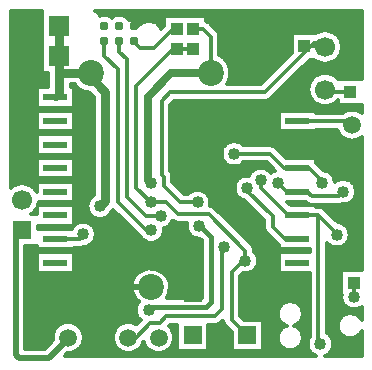
<source format=gbl>
G04 DipTrace 3.0.0.1*
G04 Limbus-modelD-rev02.GBL*
%MOMM*%
G04 #@! TF.FileFunction,Copper,L2,Bot*
G04 #@! TF.Part,Single*
G04 #@! TA.AperFunction,Conductor*
%ADD13C,0.33*%
%ADD14C,0.5*%
%ADD15C,0.7*%
%ADD16C,0.4*%
%ADD17C,0.6*%
%ADD18C,0.8*%
G04 #@! TA.AperFunction,CopperBalancing*
%ADD19C,0.3*%
G04 #@! TA.AperFunction,ComponentPad*
%ADD21R,1.6X1.6*%
%ADD22C,1.7*%
%ADD23C,2.2*%
%ADD24R,1.0X1.1*%
%ADD25R,1.8X1.8*%
%ADD26R,1.1X1.0*%
%ADD28C,0.7874*%
G04 #@! TA.AperFunction,ComponentPad*
%ADD29C,1.5*%
%ADD30C,1.6*%
%ADD33R,1.5X1.5*%
%ADD41R,2.0X0.6*%
G04 #@! TA.AperFunction,ViaPad*
%ADD46C,1.016*%
%FSLAX35Y35*%
G04*
G71*
G90*
G75*
G01*
G04 Bottom*
%LPD*%
X3490000Y3099000D2*
D13*
Y3095720D1*
X3937183D1*
D15*
Y3063750D1*
X3952750D1*
X1675000Y2140000D2*
D13*
Y2120000D1*
X1650490Y2095490D1*
X1523930D1*
X1520420Y2099000D1*
X1440000D1*
X2865000Y2030000D2*
X2855000D1*
Y1510000D1*
X2790000Y1445000D1*
X2380000D1*
X2325000Y1390000D1*
X2245000D1*
X2120000Y1265000D1*
X2060000D1*
X3725000Y3725000D2*
Y3755000D1*
X3630000D1*
X3215000Y3340000D1*
X2415000D1*
X2340000Y3265000D1*
Y2645000D1*
X2360000Y2625000D1*
Y2550000D1*
X2500000Y2410000D1*
X2645000D1*
X3550000Y3730000D2*
X3725000D1*
Y3725000D1*
X2230000Y1495000D2*
D16*
X2260000Y1525000D1*
X2715000D1*
X2760000Y1570000D1*
Y2120000D1*
X2675000Y2205000D1*
X2655000D1*
X2660000Y2210000D1*
X1983000Y3775000D2*
D13*
Y3684510D1*
X2047860Y3619650D1*
Y2452140D1*
X2210000Y2290000D1*
X2320000D1*
X2333740Y2303740D1*
Y2293400D1*
X3490000Y2099000D2*
Y2100000D1*
X3385000D1*
X3280000Y2205000D1*
Y2290000D1*
X3065000Y2505000D1*
Y2530000D1*
X3180000Y2595000D2*
Y2535000D1*
X3413113Y2301887D1*
X3487113D1*
X3490000Y2299000D1*
X3825000Y2135000D2*
X3829905Y2139905D1*
X3667923Y2301887D1*
X3492887D1*
X3685000Y1210000D2*
X3667923D1*
Y2301887D1*
X3325000Y2575000D2*
X3415000Y2485000D1*
X3476000D1*
X3490000Y2499000D1*
X3880000Y2500000D2*
X3840000Y2460000D1*
X3615000D1*
X3576000Y2499000D1*
X3490000D1*
X3968937Y1730327D2*
Y1611063D1*
X3970000Y1610000D1*
X2955000Y2820000D2*
X3260303D1*
X3380303Y2700000D1*
X3490000D1*
Y2699000D1*
X3700000Y2575000D2*
Y2586700D1*
X3587897Y2698803D1*
X3490197D1*
X2254133Y2174770D2*
X2206730D1*
X1968477Y2413023D1*
Y3540267D1*
X1856000Y3652743D1*
Y3775000D1*
X2110000Y3902000D2*
D17*
X2189977Y3981977D1*
D13*
X2224567Y4016567D1*
X3270363D1*
X3365000Y3921930D1*
Y3725000D1*
X1176300Y3651403D2*
Y3905430D1*
X2249300Y1694000D2*
D14*
X1764000D1*
X1705000Y1635000D1*
X2110000Y3775000D2*
D13*
Y3763907D1*
X2158997Y3714910D1*
X2274910D1*
X2435000Y3875000D1*
X2470000D1*
Y3705000D2*
X2434867D1*
X2127243Y3397377D1*
Y2534900D1*
X2248740Y2413403D1*
X3050000Y1915000D2*
Y2000000D1*
X2740000Y2310000D1*
X2480000D1*
X2376597Y2413403D1*
X2248740D1*
X2470000Y3705000D2*
X2610000D1*
X3050000Y1915000D2*
X3030000D1*
X2935000Y1820000D1*
Y1415000D1*
X3065000Y1285000D1*
X1476300Y3905430D2*
D18*
Y3651403D1*
X2757300Y3504100D2*
D13*
Y3812700D1*
X2695000Y3875000D1*
X2610000D1*
X2255000Y2570000D2*
D15*
X2222503Y2602497D1*
Y3302117D1*
X2424487Y3504100D1*
X2757300D1*
X1476300Y3651403D2*
D18*
Y3504100D1*
Y3326300D1*
D17*
X1449000Y3299000D1*
X1440000D1*
X1741300Y3504100D2*
D18*
X1476300D1*
X1158763Y2174873D2*
D14*
X1105000D1*
Y1115000D1*
X1130000Y1090000D1*
X1385000D1*
X1550000Y1255000D1*
Y1265000D1*
X1741300Y3504100D2*
D18*
Y3468700D1*
X1865000Y3345000D1*
Y2420000D1*
X1820000Y2375000D1*
X3940000Y3345000D2*
D13*
X3745000D1*
X3725000Y3365000D1*
D46*
X3825000Y2135000D3*
X2425000Y1810000D3*
X3180000Y2595000D3*
X1675000Y2140000D3*
X2333740Y2293400D3*
X2254133Y2174770D3*
X3325000Y2575000D3*
X2248740Y2413403D3*
X2865000Y2030000D3*
X2645000Y2410000D3*
X3280000Y1195000D3*
X1705000Y1635000D3*
X1135000Y3665000D3*
X2955000Y2820000D3*
X3970000Y1610000D3*
X3780000Y1915000D3*
X3065000Y2530000D3*
X3700000Y2575000D3*
X2465000Y2660000D3*
X2255000Y2570000D3*
X3050000Y3145000D3*
X1820000Y2375000D3*
X1325000Y1310000D3*
X2560000Y3230000D3*
X2660000Y2210000D3*
X2230000Y1495000D3*
X3685000Y1210000D3*
X3050000Y1915000D3*
X3880000Y2500000D3*
X1065659Y4003653D2*
D19*
X1327081D1*
X1817066D2*
X4030304D1*
X1065659Y3973987D2*
X1327081D1*
X2048862D2*
X2360792D1*
X2719175D2*
X4030304D1*
X1065659Y3944320D2*
X1327081D1*
X2167984D2*
X2225030D1*
X2248984D2*
X2360792D1*
X2719937D2*
X4030304D1*
X1065659Y3914653D2*
X1327081D1*
X2313999D2*
X2360792D1*
X2761187D2*
X4030304D1*
X1065659Y3884987D2*
X1327081D1*
X2790835D2*
X4030304D1*
X1065659Y3855320D2*
X1327081D1*
X2819194D2*
X3667667D1*
X3782359D2*
X4030304D1*
X1065659Y3825653D2*
X1327081D1*
X2831851D2*
X3440792D1*
X3827007D2*
X4030304D1*
X1065659Y3795987D2*
X1327081D1*
X2833023D2*
X3440792D1*
X3850034D2*
X4030304D1*
X1065659Y3766320D2*
X1327081D1*
X2833023D2*
X3440792D1*
X3863042D2*
X4030304D1*
X1065659Y3736653D2*
X1327081D1*
X2833023D2*
X3440792D1*
X3868726D2*
X4030304D1*
X1065659Y3706987D2*
X1327081D1*
X2833023D2*
X3440792D1*
X3868023D2*
X4030304D1*
X1065659Y3677320D2*
X1327081D1*
X2833023D2*
X3440792D1*
X3860933D2*
X4030304D1*
X1065659Y3647653D2*
X1327081D1*
X2844038D2*
X3416827D1*
X3846109D2*
X4030304D1*
X1065659Y3617987D2*
X1327081D1*
X2881362D2*
X3387179D1*
X3598784D2*
X3629874D1*
X3820093D2*
X4030304D1*
X1065659Y3588320D2*
X1327081D1*
X2903569D2*
X3357530D1*
X3569136D2*
X3686534D1*
X3763433D2*
X4030304D1*
X1065659Y3558653D2*
X1327081D1*
X2917280D2*
X3327823D1*
X3539487D2*
X4030304D1*
X1065659Y3528987D2*
X1327081D1*
X2924605D2*
X3298175D1*
X3509780D2*
X4030304D1*
X1065659Y3499320D2*
X1377120D1*
X2926421D2*
X3268526D1*
X3480132D2*
X3678448D1*
X3771519D2*
X4030304D1*
X1065659Y3469653D2*
X1377120D1*
X2922905D2*
X3238819D1*
X3450484D2*
X3627237D1*
X3822788D2*
X4030304D1*
X1065659Y3439987D2*
X1377120D1*
X2913648D2*
X3209171D1*
X3420776D2*
X3602335D1*
X1065659Y3410320D2*
X1377120D1*
X3391128D2*
X3588273D1*
X1065659Y3380653D2*
X1280792D1*
X1599214D2*
X1627023D1*
X3361480D2*
X3581651D1*
X1065659Y3350987D2*
X1280792D1*
X1599214D2*
X1673663D1*
X3331773D2*
X3581476D1*
X1065659Y3321320D2*
X1280792D1*
X1599214D2*
X1749659D1*
X3302124D2*
X3587745D1*
X1065659Y3291653D2*
X1280792D1*
X1599214D2*
X1765773D1*
X3272476D2*
X3601339D1*
X1065659Y3261987D2*
X1280792D1*
X1599214D2*
X1765773D1*
X2442788D2*
X3625421D1*
X1065659Y3232320D2*
X1280792D1*
X1599214D2*
X1765773D1*
X2415718D2*
X3673702D1*
X3776323D2*
X4030304D1*
X1065659Y3202653D2*
X1765773D1*
X2415718D2*
X4030304D1*
X1065659Y3172987D2*
X1280792D1*
X1599214D2*
X1765773D1*
X2415718D2*
X3330812D1*
X3649175D2*
X3877081D1*
X1065659Y3143320D2*
X1280792D1*
X1599214D2*
X1765773D1*
X2415718D2*
X3330812D1*
X1065659Y3113653D2*
X1280792D1*
X1599214D2*
X1765773D1*
X2415718D2*
X3330812D1*
X1065659Y3083987D2*
X1280792D1*
X1599214D2*
X1765773D1*
X2415718D2*
X3330812D1*
X1065659Y3054320D2*
X1280792D1*
X1599214D2*
X1765773D1*
X2415718D2*
X3330812D1*
X1065659Y3024653D2*
X1280792D1*
X1599214D2*
X1765773D1*
X2415718D2*
X3330812D1*
X1065659Y2994987D2*
X1765773D1*
X2415718D2*
X3837999D1*
X1065659Y2965320D2*
X1280792D1*
X1599214D2*
X1765773D1*
X2415718D2*
X3863019D1*
X1065659Y2935653D2*
X1280792D1*
X1599214D2*
X1765773D1*
X2415718D2*
X3921378D1*
X3984097D2*
X4030304D1*
X1065659Y2905987D2*
X1280792D1*
X1599214D2*
X1765773D1*
X2415718D2*
X2888312D1*
X3021694D2*
X4030304D1*
X1065659Y2876320D2*
X1280792D1*
X1599214D2*
X1765773D1*
X2415718D2*
X2861007D1*
X3309273D2*
X4030304D1*
X1065659Y2846653D2*
X1280792D1*
X1599214D2*
X1765773D1*
X2415718D2*
X2848351D1*
X3339448D2*
X4030304D1*
X1065659Y2816987D2*
X1280792D1*
X1599214D2*
X1765773D1*
X2415718D2*
X2845069D1*
X3369155D2*
X4030304D1*
X1065659Y2787320D2*
X1765773D1*
X2415718D2*
X2850109D1*
X3398804D2*
X4030304D1*
X1065659Y2757653D2*
X1280792D1*
X1599214D2*
X1765773D1*
X2415718D2*
X2865050D1*
X3649175D2*
X4030304D1*
X1065659Y2727987D2*
X1280792D1*
X1599214D2*
X1765773D1*
X2415718D2*
X2897394D1*
X3012612D2*
X3246495D1*
X3664526D2*
X4030304D1*
X1065659Y2698320D2*
X1280792D1*
X1599214D2*
X1765773D1*
X2415718D2*
X3149171D1*
X3210835D2*
X3276144D1*
X3694175D2*
X4030304D1*
X1065659Y2668653D2*
X1280792D1*
X1599214D2*
X1765773D1*
X2421109D2*
X3099366D1*
X3260640D2*
X3270210D1*
X3754761D2*
X4030304D1*
X1065659Y2638987D2*
X1280792D1*
X1599214D2*
X1765773D1*
X2434351D2*
X3079444D1*
X3788745D2*
X4030304D1*
X1065659Y2609320D2*
X1765773D1*
X2435698D2*
X2990206D1*
X3804331D2*
X4030304D1*
X1065659Y2579653D2*
X1280792D1*
X1599214D2*
X1765773D1*
X2436167D2*
X2967237D1*
X3954448D2*
X4030304D1*
X1065659Y2549987D2*
X1083132D1*
X1234351D2*
X1280792D1*
X1599214D2*
X1765773D1*
X2465816D2*
X2956866D1*
X3977593D2*
X4030304D1*
X1269331Y2520320D2*
X1280761D1*
X1599214D2*
X1765773D1*
X2495523D2*
X2955460D1*
X3988081D2*
X4030304D1*
X1599214Y2490653D2*
X1765773D1*
X2525171D2*
X2571671D1*
X2718296D2*
X2962491D1*
X3989605D2*
X4030304D1*
X1599214Y2460987D2*
X1753292D1*
X2742085D2*
X2980245D1*
X3982632D2*
X4030304D1*
X1599214Y2431320D2*
X1726046D1*
X2752866D2*
X3020616D1*
X3965054D2*
X4030304D1*
X1300327Y2401653D2*
X1713390D1*
X2754683D2*
X3062511D1*
X3419136D2*
X3568644D1*
X3925151D2*
X4030304D1*
X1599214Y2371987D2*
X1710050D1*
X2780991D2*
X3092218D1*
X3690191D2*
X4030304D1*
X1599214Y2342320D2*
X1715089D1*
X2813511D2*
X3121866D1*
X3733316D2*
X4030304D1*
X1241968Y2312653D2*
X1280792D1*
X1599214D2*
X1730030D1*
X1909937D2*
X1963058D1*
X2843159D2*
X3151515D1*
X3762964D2*
X4030304D1*
X1599214Y2282987D2*
X1762374D1*
X1877593D2*
X1992706D1*
X2872808D2*
X3181222D1*
X3792612D2*
X4030304D1*
X1599214Y2253320D2*
X2022355D1*
X2902515D2*
X3204308D1*
X3822319D2*
X4030304D1*
X1744702Y2223653D2*
X2052062D1*
X2417886D2*
X2550870D1*
X2932163D2*
X3204308D1*
X3887886D2*
X4030304D1*
X1297984Y2193987D2*
X1579620D1*
X1770366D2*
X2081710D1*
X2376284D2*
X2551222D1*
X2961812D2*
X3205128D1*
X3917300D2*
X4030304D1*
X1782202Y2164320D2*
X2111359D1*
X2363628D2*
X2560245D1*
X2991519D2*
X3216730D1*
X3930894D2*
X4030304D1*
X1784839Y2134653D2*
X2141007D1*
X2356304D2*
X2581046D1*
X3021167D2*
X3244562D1*
X3934995D2*
X4030304D1*
X1779097Y2104987D2*
X2170011D1*
X2338257D2*
X2636476D1*
X3050816D2*
X3274210D1*
X3930718D2*
X4030304D1*
X1763218Y2075320D2*
X2211671D1*
X2296597D2*
X2680773D1*
X3080523D2*
X3303859D1*
X3916831D2*
X4030304D1*
X1728472Y2045653D2*
X2680773D1*
X3109585D2*
X3330812D1*
X3743628D2*
X3763116D1*
X3886890D2*
X4030304D1*
X1189175Y2015987D2*
X1280792D1*
X1599214D2*
X2680773D1*
X3123941D2*
X3330812D1*
X3743628D2*
X4030304D1*
X1189175Y1986320D2*
X2680773D1*
X3132788D2*
X3592198D1*
X3743628D2*
X4030304D1*
X1189175Y1956653D2*
X1280792D1*
X1599214D2*
X2680773D1*
X3151538D2*
X3330812D1*
X3743628D2*
X4030304D1*
X1189175Y1926987D2*
X1280792D1*
X1599214D2*
X2680773D1*
X3159331D2*
X3330812D1*
X3743628D2*
X4030304D1*
X1189175Y1897320D2*
X1280792D1*
X1599214D2*
X2680773D1*
X3158511D2*
X3330812D1*
X3743628D2*
X4030304D1*
X1189175Y1867653D2*
X1280792D1*
X1599214D2*
X2680773D1*
X3148960D2*
X3330812D1*
X3743628D2*
X4030304D1*
X1189175Y1837987D2*
X1280792D1*
X1599214D2*
X2185948D1*
X2314058D2*
X2680773D1*
X3127280D2*
X3330812D1*
X3743628D2*
X4030304D1*
X1189175Y1808320D2*
X2136554D1*
X2363394D2*
X2680773D1*
X3029136D2*
X3038760D1*
X3061245D2*
X3592198D1*
X3743628D2*
X3854757D1*
X1189175Y1778653D2*
X2109073D1*
X2390933D2*
X2680773D1*
X3010679D2*
X3592198D1*
X3743628D2*
X3854757D1*
X1189175Y1748987D2*
X2092726D1*
X2407280D2*
X2680773D1*
X3010679D2*
X3592198D1*
X3743628D2*
X3854757D1*
X1189175Y1719320D2*
X2085636D1*
X2414312D2*
X2680773D1*
X3010679D2*
X3592198D1*
X3743628D2*
X3854757D1*
X1189175Y1689653D2*
X2082413D1*
X2417593D2*
X2680773D1*
X3010679D2*
X3592198D1*
X3743628D2*
X3854757D1*
X1189175Y1659987D2*
X2087511D1*
X2412495D2*
X2680773D1*
X3010679D2*
X3592198D1*
X3743628D2*
X3854757D1*
X1189175Y1630320D2*
X2098644D1*
X2401362D2*
X2680773D1*
X3010679D2*
X3592198D1*
X3743628D2*
X3854757D1*
X1189175Y1600653D2*
X2116163D1*
X3010679D2*
X3592198D1*
X3743628D2*
X3860382D1*
X1189175Y1570987D2*
X2148214D1*
X3010679D2*
X3405753D1*
X3452593D2*
X3592198D1*
X3743628D2*
X3867355D1*
X1189175Y1541320D2*
X2130519D1*
X3010679D2*
X3350558D1*
X3507788D2*
X3592198D1*
X3743628D2*
X3884933D1*
X1189175Y1511653D2*
X2121319D1*
X3010679D2*
X3329933D1*
X3528413D2*
X3592198D1*
X3743628D2*
X3924835D1*
X4015151D2*
X4030304D1*
X1189175Y1481987D2*
X2120792D1*
X3010679D2*
X3321085D1*
X3537261D2*
X3592198D1*
X3743628D2*
X4030304D1*
X1189175Y1452320D2*
X2128878D1*
X3010679D2*
X3320968D1*
X3537378D2*
X3592198D1*
X3743628D2*
X3873507D1*
X4000855D2*
X4030304D1*
X1189175Y1422653D2*
X2148155D1*
X3033179D2*
X3329581D1*
X3528765D2*
X3592198D1*
X3743628D2*
X3844855D1*
X1189175Y1392987D2*
X1518155D1*
X1581870D2*
X2028155D1*
X2091870D2*
X2142179D1*
X2843804D2*
X2862706D1*
X3199175D2*
X3349796D1*
X3508550D2*
X3592198D1*
X3743628D2*
X3831671D1*
X1189175Y1363320D2*
X1460148D1*
X1639878D2*
X1970148D1*
X2404878D2*
X2470773D1*
X2739214D2*
X2880870D1*
X3199175D2*
X3389698D1*
X3468589D2*
X3592198D1*
X3743628D2*
X3827980D1*
X1189175Y1333653D2*
X1435187D1*
X1664780D2*
X1945187D1*
X2429780D2*
X2470773D1*
X2739214D2*
X2910519D1*
X3199175D2*
X3346398D1*
X3511948D2*
X3592198D1*
X3743628D2*
X3832726D1*
X1189175Y1303987D2*
X1421710D1*
X1678257D2*
X1931710D1*
X2443257D2*
X2470773D1*
X2739214D2*
X2930792D1*
X3199175D2*
X3327941D1*
X3530405D2*
X3592198D1*
X3743628D2*
X3847374D1*
X1189175Y1274320D2*
X1416144D1*
X1683882D2*
X1926144D1*
X2448882D2*
X2470773D1*
X2739214D2*
X2930792D1*
X3199175D2*
X3320499D1*
X3537847D2*
X3592198D1*
X3773511D2*
X3879191D1*
X3995171D2*
X4030304D1*
X1189175Y1244653D2*
X1417374D1*
X1682593D2*
X1927374D1*
X2447593D2*
X2470773D1*
X2739214D2*
X2930792D1*
X3199175D2*
X3321671D1*
X3536675D2*
X3580773D1*
X3789214D2*
X4030304D1*
X1189175Y1214987D2*
X1392179D1*
X1674273D2*
X1935694D1*
X2439273D2*
X2470773D1*
X2739214D2*
X2930792D1*
X3199175D2*
X3331749D1*
X3526597D2*
X3575089D1*
X3794898D2*
X4030304D1*
X1189175Y1185320D2*
X1362472D1*
X1657222D2*
X1952745D1*
X2167222D2*
X2207745D1*
X2422222D2*
X2470773D1*
X2739214D2*
X2930792D1*
X3199175D2*
X3354366D1*
X3503980D2*
X3577901D1*
X3792144D2*
X4030304D1*
X1625523Y1155653D2*
X1984503D1*
X2135523D2*
X2239503D1*
X2390523D2*
X2470773D1*
X2739214D2*
X2930792D1*
X3199175D2*
X3589855D1*
X3780191D2*
X4030304D1*
X1538804Y1125987D2*
X3615753D1*
X3754234D2*
X4030304D1*
X1236606Y2311073D2*
X1283833D1*
X1283800Y2363327D1*
X1279156Y2355097D1*
X1272997Y2345878D1*
X1266133Y2337171D1*
X1258607Y2329030D1*
X1250465Y2321504D1*
X1236393Y2311055D1*
X1294963Y2212812D2*
Y2185155D1*
X1578000Y2185200D1*
X1583768Y2195907D1*
X1593637Y2209491D1*
X1605509Y2221363D1*
X1619093Y2231232D1*
X1634053Y2238855D1*
X1650021Y2244044D1*
X1666605Y2246670D1*
X1683395D1*
X1699979Y2244044D1*
X1715947Y2238855D1*
X1730907Y2231232D1*
X1744491Y2221363D1*
X1756363Y2209491D1*
X1766232Y2195907D1*
X1773855Y2180947D1*
X1779044Y2164979D1*
X1781670Y2148395D1*
Y2131605D1*
X1779044Y2115021D1*
X1773855Y2099053D1*
X1766232Y2084093D1*
X1756363Y2070509D1*
X1744491Y2058637D1*
X1730907Y2048768D1*
X1715947Y2041145D1*
X1699979Y2035956D1*
X1689294Y2034028D1*
X1678311Y2028324D1*
X1667462Y2024798D1*
X1656194Y2023014D1*
X1596174Y2022790D1*
X1596200Y2012800D1*
X1283800D1*
Y2038639D1*
X1186155Y2038673D1*
X1186200Y1171221D1*
X1351309Y1171200D1*
X1421012Y1240847D1*
X1419204Y1254706D1*
X1418800Y1265000D1*
X1419204Y1275294D1*
X1420415Y1285524D1*
X1422425Y1295628D1*
X1425221Y1305543D1*
X1428787Y1315208D1*
X1433100Y1324564D1*
X1438134Y1333552D1*
X1443857Y1342117D1*
X1450235Y1350208D1*
X1457228Y1357772D1*
X1464792Y1364765D1*
X1472883Y1371143D1*
X1481448Y1376866D1*
X1490436Y1381900D1*
X1499792Y1386213D1*
X1509457Y1389779D1*
X1519372Y1392575D1*
X1529476Y1394585D1*
X1539706Y1395796D1*
X1550000Y1396200D1*
X1560294Y1395796D1*
X1570524Y1394585D1*
X1580628Y1392575D1*
X1590543Y1389779D1*
X1600208Y1386213D1*
X1609564Y1381900D1*
X1618552Y1376866D1*
X1627117Y1371143D1*
X1635208Y1364765D1*
X1642772Y1357772D1*
X1649765Y1350208D1*
X1656143Y1342117D1*
X1661866Y1333552D1*
X1666900Y1324564D1*
X1671213Y1315208D1*
X1674779Y1305543D1*
X1677575Y1295628D1*
X1679585Y1285524D1*
X1680796Y1275294D1*
X1681200Y1265000D1*
X1680796Y1254706D1*
X1679585Y1244476D1*
X1677575Y1234372D1*
X1674779Y1224457D1*
X1671213Y1214792D1*
X1666900Y1205436D1*
X1661866Y1196448D1*
X1656143Y1187883D1*
X1649765Y1179792D1*
X1642772Y1172228D1*
X1635208Y1165235D1*
X1627117Y1158857D1*
X1618552Y1153134D1*
X1609564Y1148100D1*
X1600208Y1143787D1*
X1590543Y1140221D1*
X1580628Y1137425D1*
X1570524Y1135415D1*
X1560294Y1134204D1*
X1543848Y1134042D1*
X1520120Y1110285D1*
X3646204Y1110260D1*
X3636423Y1114662D1*
X3622107Y1123435D1*
X3609340Y1134340D1*
X3598435Y1147107D1*
X3589662Y1161423D1*
X3583237Y1176935D1*
X3579317Y1193262D1*
X3578000Y1210000D1*
X3579317Y1226738D1*
X3583237Y1243065D1*
X3589662Y1258577D1*
X3595208Y1268063D1*
X3595223Y1812754D1*
X3333800Y1812800D1*
Y1985200D1*
X3595187D1*
X3595223Y2012793D1*
X3333800Y2012800D1*
X3333593Y2048593D1*
X3224718Y2157785D1*
X3218013Y2167014D1*
X3212834Y2177179D1*
X3209309Y2188028D1*
X3207524Y2199296D1*
X3207300Y2259902D1*
X3041610Y2425576D1*
X3031935Y2428237D1*
X3016423Y2434662D1*
X3002107Y2443435D1*
X2989340Y2454340D1*
X2978435Y2467107D1*
X2969662Y2481423D1*
X2963237Y2496935D1*
X2959317Y2513262D1*
X2958000Y2530000D1*
X2959317Y2546738D1*
X2963237Y2563065D1*
X2969662Y2578577D1*
X2978435Y2592893D1*
X2989340Y2605660D1*
X3002107Y2616565D1*
X3016423Y2625338D1*
X3031935Y2631763D1*
X3048262Y2635683D1*
X3065000Y2637000D1*
X3081054Y2635764D1*
X3088768Y2650907D1*
X3098637Y2664491D1*
X3110509Y2676363D1*
X3124093Y2686232D1*
X3139053Y2693855D1*
X3155021Y2699044D1*
X3171605Y2701670D1*
X3188395D1*
X3204979Y2699044D1*
X3220947Y2693855D1*
X3235907Y2686232D1*
X3249491Y2676363D1*
X3261363Y2664491D1*
X3263090Y2662300D1*
X3276423Y2670338D1*
X3291935Y2676763D1*
X3298789Y2678696D1*
X3230164Y2747326D1*
X3033487Y2747300D1*
X3024491Y2738637D1*
X3010907Y2728768D1*
X2995947Y2721145D1*
X2979979Y2715956D1*
X2963395Y2713330D1*
X2946605D1*
X2930021Y2715956D1*
X2914053Y2721145D1*
X2899093Y2728768D1*
X2885509Y2738637D1*
X2873637Y2750509D1*
X2863768Y2764093D1*
X2856145Y2779053D1*
X2850956Y2795021D1*
X2848330Y2811605D1*
Y2828395D1*
X2850956Y2844979D1*
X2856145Y2860947D1*
X2863768Y2875907D1*
X2873637Y2889491D1*
X2885509Y2901363D1*
X2899093Y2911232D1*
X2914053Y2918855D1*
X2930021Y2924044D1*
X2946605Y2926670D1*
X2963395D1*
X2979979Y2924044D1*
X2995947Y2918855D1*
X3010907Y2911232D1*
X3024491Y2901363D1*
X3033401Y2892696D1*
X3266007Y2892476D1*
X3277275Y2890692D1*
X3288125Y2887166D1*
X3298289Y2881987D1*
X3307518Y2875282D1*
X3343530Y2839587D1*
X3397930Y2785187D1*
X3646201Y2785199D1*
Y2743305D1*
X3707791Y2681723D1*
X3724979Y2679044D1*
X3740947Y2673855D1*
X3755907Y2666232D1*
X3769491Y2656363D1*
X3781363Y2644491D1*
X3791232Y2630907D1*
X3798855Y2615947D1*
X3804044Y2599979D1*
X3806670Y2583395D1*
X3806878Y2578115D1*
X3817107Y2586565D1*
X3831423Y2595338D1*
X3846935Y2601763D1*
X3863262Y2605683D1*
X3880000Y2607000D1*
X3896738Y2605683D1*
X3913065Y2601763D1*
X3928577Y2595338D1*
X3942893Y2586565D1*
X3955660Y2575660D1*
X3966565Y2562893D1*
X3975338Y2548577D1*
X3981763Y2533065D1*
X3985683Y2516738D1*
X3987000Y2500000D1*
X3985683Y2483262D1*
X3981763Y2466935D1*
X3975338Y2451423D1*
X3966565Y2437107D1*
X3955660Y2424340D1*
X3942893Y2413435D1*
X3928577Y2404662D1*
X3913065Y2398237D1*
X3896738Y2394317D1*
X3880000Y2393000D1*
X3869552Y2393573D1*
X3856972Y2389309D1*
X3845704Y2387524D1*
X3795000Y2387300D1*
X3609296Y2387524D1*
X3598028Y2389309D1*
X3587179Y2392834D1*
X3577014Y2398013D1*
X3567785Y2404718D1*
X3559409Y2412778D1*
X3481704Y2412524D1*
X3416000Y2412300D1*
X3404970Y2412799D1*
X3432642Y2385171D1*
X3646201Y2385199D1*
Y2374594D1*
X3673627Y2374363D1*
X3684895Y2372578D1*
X3695745Y2369053D1*
X3705909Y2363874D1*
X3715138Y2357168D1*
X3751150Y2321474D1*
X3830741Y2241883D1*
X3841738Y2240683D1*
X3858065Y2236763D1*
X3873577Y2230338D1*
X3887893Y2221565D1*
X3900660Y2210660D1*
X3911565Y2197893D1*
X3920338Y2183577D1*
X3926763Y2168065D1*
X3930683Y2151738D1*
X3932000Y2135000D1*
X3930683Y2118262D1*
X3926763Y2101935D1*
X3920338Y2086423D1*
X3911565Y2072107D1*
X3900660Y2059340D1*
X3887893Y2048435D1*
X3873577Y2039662D1*
X3858065Y2033237D1*
X3841738Y2029317D1*
X3825000Y2028000D1*
X3808262Y2029317D1*
X3791935Y2033237D1*
X3776423Y2039662D1*
X3762107Y2048435D1*
X3749340Y2059340D1*
X3740609Y2069349D1*
X3740907Y1301232D1*
X3754491Y1291363D1*
X3766363Y1279491D1*
X3776232Y1265907D1*
X3783855Y1250947D1*
X3789044Y1234979D1*
X3791670Y1218395D1*
Y1201605D1*
X3789044Y1185021D1*
X3783855Y1169053D1*
X3776232Y1154093D1*
X3766363Y1140509D1*
X3754491Y1128637D1*
X3740907Y1118768D1*
X3725947Y1111145D1*
X3723576Y1110270D1*
X4033275Y1110260D1*
X4033320Y1320084D1*
X4027720Y1309681D1*
X4017925Y1296199D1*
X4006141Y1284415D1*
X3992659Y1274620D1*
X3977811Y1267054D1*
X3961962Y1261904D1*
X3945502Y1259297D1*
X3928838D1*
X3912378Y1261904D1*
X3896529Y1267054D1*
X3881681Y1274620D1*
X3868199Y1284415D1*
X3856415Y1296199D1*
X3846620Y1309681D1*
X3839054Y1324529D1*
X3833904Y1340378D1*
X3831297Y1356838D1*
Y1373502D1*
X3833904Y1389962D1*
X3839054Y1405811D1*
X3846620Y1420659D1*
X3856415Y1434141D1*
X3868199Y1445925D1*
X3881681Y1455720D1*
X3896529Y1463286D1*
X3912378Y1468436D1*
X3928838Y1471043D1*
X3945502D1*
X3961962Y1468436D1*
X3977811Y1463286D1*
X3992659Y1455720D1*
X4006141Y1445925D1*
X4017925Y1434141D1*
X4027720Y1420659D1*
X4033309Y1410100D1*
X4033320Y1523756D1*
X4025907Y1518768D1*
X4010947Y1511145D1*
X3994979Y1505956D1*
X3978395Y1503330D1*
X3961605D1*
X3945021Y1505956D1*
X3929053Y1511145D1*
X3914093Y1518768D1*
X3900509Y1528637D1*
X3888637Y1540509D1*
X3878768Y1554093D1*
X3871145Y1569053D1*
X3865956Y1585021D1*
X3863330Y1601605D1*
Y1618395D1*
X3864005Y1624099D1*
X3857737Y1624126D1*
Y1836526D1*
X4033342D1*
X4033320Y2960240D1*
X4021302Y2951884D1*
X4012314Y2946850D1*
X4002958Y2942537D1*
X3993293Y2938971D1*
X3983378Y2936175D1*
X3973274Y2934165D1*
X3963044Y2932954D1*
X3952750Y2932550D1*
X3942456Y2932954D1*
X3932226Y2934165D1*
X3922122Y2936175D1*
X3912207Y2938971D1*
X3902542Y2942537D1*
X3893186Y2946850D1*
X3884198Y2951884D1*
X3875633Y2957607D1*
X3867542Y2963985D1*
X3859978Y2970978D1*
X3852985Y2978542D1*
X3846607Y2986633D1*
X3840884Y2995198D1*
X3835850Y3004186D1*
X3831537Y3013542D1*
X3828041Y3023018D1*
X3646148Y3023020D1*
X3646201Y3012799D1*
X3333801D1*
Y3185199D1*
X3646201D1*
Y3168383D1*
X3873613Y3168420D1*
X3884198Y3175616D1*
X3893186Y3180650D1*
X3902542Y3184963D1*
X3912207Y3188529D1*
X3922122Y3191325D1*
X3932226Y3193335D1*
X3942456Y3194546D1*
X3952750Y3194950D1*
X3963044Y3194546D1*
X3973274Y3193335D1*
X3983378Y3191325D1*
X3993293Y3188529D1*
X4002958Y3184963D1*
X4012314Y3180650D1*
X4021302Y3175616D1*
X4033312Y3167177D1*
X4033320Y3233756D1*
X3833800Y3233800D1*
Y3272296D1*
X3824843Y3265157D1*
X3816702Y3257631D1*
X3807995Y3250767D1*
X3798777Y3244607D1*
X3789103Y3239190D1*
X3779035Y3234548D1*
X3768633Y3230711D1*
X3757962Y3227701D1*
X3747089Y3225538D1*
X3736078Y3224235D1*
X3725000Y3223800D1*
X3713922Y3224235D1*
X3702911Y3225538D1*
X3692038Y3227701D1*
X3681367Y3230711D1*
X3670965Y3234548D1*
X3660897Y3239190D1*
X3651223Y3244607D1*
X3642005Y3250767D1*
X3633298Y3257631D1*
X3625157Y3265157D1*
X3617631Y3273298D1*
X3610767Y3282005D1*
X3604607Y3291223D1*
X3599190Y3300897D1*
X3594548Y3310965D1*
X3590711Y3321367D1*
X3587701Y3332038D1*
X3585538Y3342911D1*
X3584235Y3353922D1*
X3583800Y3365000D1*
X3584235Y3376078D1*
X3585538Y3387089D1*
X3587701Y3397962D1*
X3590711Y3408633D1*
X3594548Y3419035D1*
X3599190Y3429103D1*
X3604607Y3438777D1*
X3610767Y3447995D1*
X3617631Y3456702D1*
X3625157Y3464843D1*
X3633298Y3472369D1*
X3642005Y3479233D1*
X3651223Y3485393D1*
X3660897Y3490810D1*
X3670965Y3495452D1*
X3681367Y3499289D1*
X3692038Y3502299D1*
X3702911Y3504462D1*
X3713922Y3505765D1*
X3725000Y3506200D1*
X3736078Y3505765D1*
X3747089Y3504462D1*
X3757962Y3502299D1*
X3768633Y3499289D1*
X3779035Y3495452D1*
X3789103Y3490810D1*
X3798777Y3485393D1*
X3807995Y3479233D1*
X3816702Y3472369D1*
X3824843Y3464843D1*
X3833790Y3454899D1*
X3833800Y3456200D1*
X4033312D1*
X4033320Y4033326D1*
X1779863Y4033320D1*
X1791423Y4026018D1*
X1804095Y4015195D1*
X1814918Y4002523D1*
X1821954Y3991298D1*
X1833690Y3994929D1*
X1848502Y3997275D1*
X1863498D1*
X1878310Y3994929D1*
X1892573Y3990295D1*
X1905935Y3983487D1*
X1918068Y3974672D1*
X1919467Y3973379D1*
X1926825Y3979318D1*
X1939612Y3987153D1*
X1953467Y3992892D1*
X1968050Y3996393D1*
X1983000Y3997570D1*
X1997950Y3996393D1*
X2012533Y3992892D1*
X2026388Y3987153D1*
X2039175Y3979318D1*
X2050578Y3969578D1*
X2060318Y3958175D1*
X2061116Y3956980D1*
X2164995Y3957000D1*
Y3916511D1*
X2174577Y3924418D1*
X2188786Y3933125D1*
X2204182Y3939502D1*
X2220387Y3943393D1*
X2237000Y3944700D1*
X2253613Y3943393D1*
X2269818Y3939502D1*
X2285214Y3933125D1*
X2299423Y3924418D1*
X2312095Y3913595D1*
X2322918Y3900923D1*
X2331625Y3886714D1*
X2335443Y3878255D1*
X2363834Y3906647D1*
X2363800Y3986200D1*
X2716200D1*
Y3944540D1*
X2728005Y3939776D1*
X2737732Y3933816D1*
X2746407Y3926407D1*
X2812582Y3859915D1*
X2819287Y3850686D1*
X2824466Y3840521D1*
X2827991Y3829671D1*
X2829776Y3818404D1*
X2830000Y3767700D1*
Y3653501D1*
X2844139Y3645809D1*
X2854990Y3638559D1*
X2865238Y3630479D1*
X2874821Y3621621D1*
X2883679Y3612038D1*
X2891759Y3601790D1*
X2899009Y3590939D1*
X2905385Y3579553D1*
X2910849Y3567702D1*
X2915366Y3555459D1*
X2918908Y3542899D1*
X2921454Y3530099D1*
X2922988Y3517140D1*
X2923500Y3504100D1*
X2922988Y3491060D1*
X2921454Y3478101D1*
X2918908Y3465301D1*
X2915366Y3452741D1*
X2910849Y3440498D1*
X2905385Y3428647D1*
X2895978Y3412726D1*
X3184863Y3412700D1*
X3443798Y3671612D1*
X3443800Y3841200D1*
X3644835D1*
X3660897Y3850810D1*
X3670965Y3855452D1*
X3681367Y3859289D1*
X3692038Y3862299D1*
X3702911Y3864462D1*
X3713922Y3865765D1*
X3725000Y3866200D1*
X3736078Y3865765D1*
X3747089Y3864462D1*
X3757962Y3862299D1*
X3768633Y3859289D1*
X3779035Y3855452D1*
X3789103Y3850810D1*
X3798777Y3845393D1*
X3807995Y3839233D1*
X3816702Y3832369D1*
X3824843Y3824843D1*
X3832369Y3816702D1*
X3839233Y3807995D1*
X3845393Y3798777D1*
X3850810Y3789103D1*
X3855452Y3779035D1*
X3859289Y3768633D1*
X3862299Y3757962D1*
X3864462Y3747089D1*
X3865765Y3736078D1*
X3866200Y3725000D1*
X3865765Y3713922D1*
X3864462Y3702911D1*
X3862299Y3692038D1*
X3859289Y3681367D1*
X3855452Y3670965D1*
X3850810Y3660897D1*
X3845393Y3651223D1*
X3839233Y3642005D1*
X3832369Y3633298D1*
X3824843Y3625157D1*
X3816702Y3617631D1*
X3807995Y3610767D1*
X3798777Y3604607D1*
X3789103Y3599190D1*
X3779035Y3594548D1*
X3768633Y3590711D1*
X3757962Y3587701D1*
X3747089Y3585538D1*
X3736078Y3584235D1*
X3725000Y3583800D1*
X3713922Y3584235D1*
X3702911Y3585538D1*
X3692038Y3587701D1*
X3681367Y3590711D1*
X3670965Y3594548D1*
X3660897Y3599190D1*
X3651223Y3604607D1*
X3642005Y3610767D1*
X3632058Y3618777D1*
X3596554Y3618740D1*
X3262215Y3284718D1*
X3252986Y3278013D1*
X3242821Y3272834D1*
X3231972Y3269309D1*
X3220704Y3267524D1*
X3170000Y3267300D1*
X2445137D1*
X2412669Y3234856D1*
X2412700Y2675137D1*
X2418816Y2667732D1*
X2424776Y2658005D1*
X2429142Y2647466D1*
X2431805Y2636373D1*
X2432700Y2625000D1*
Y2580059D1*
X2530110Y2482704D1*
X2566504Y2482700D1*
X2575509Y2491363D1*
X2589093Y2501232D1*
X2604053Y2508855D1*
X2620021Y2514044D1*
X2636605Y2516670D1*
X2653395D1*
X2669979Y2514044D1*
X2685947Y2508855D1*
X2700907Y2501232D1*
X2714491Y2491363D1*
X2726363Y2479491D1*
X2736232Y2465907D1*
X2743855Y2450947D1*
X2749044Y2434979D1*
X2751670Y2418395D1*
Y2401605D1*
X2749044Y2385021D1*
X2748251Y2382210D1*
X2756972Y2380692D1*
X2767821Y2377166D1*
X2777986Y2371987D1*
X2787215Y2365282D1*
X2833833Y2318980D1*
X3105282Y2047215D1*
X3111987Y2037986D1*
X3117166Y2027821D1*
X3120692Y2016972D1*
X3122476Y2005704D1*
X3122700Y1993496D1*
X3131363Y1984491D1*
X3141232Y1970907D1*
X3148855Y1955947D1*
X3154044Y1939979D1*
X3156670Y1923395D1*
Y1906605D1*
X3154044Y1890021D1*
X3148855Y1874053D1*
X3141232Y1859093D1*
X3131363Y1845509D1*
X3119491Y1833637D1*
X3105907Y1823768D1*
X3090947Y1816145D1*
X3074979Y1810956D1*
X3058395Y1808330D1*
X3041605D1*
X3028144Y1810335D1*
X3007699Y1789885D1*
X3007700Y1445059D1*
X3036581Y1416232D1*
X3196200Y1416200D1*
Y1153800D1*
X2933800D1*
Y1313351D1*
X2879718Y1367785D1*
X2873013Y1377014D1*
X2867834Y1387179D1*
X2864308Y1398028D1*
X2862523Y1409318D1*
X2853374Y1405560D1*
X2837215Y1389718D1*
X2827986Y1383013D1*
X2817821Y1377834D1*
X2806972Y1374308D1*
X2795704Y1372524D1*
X2736152Y1372300D1*
X2736200Y1153800D1*
X2473800D1*
Y1372296D1*
X2410137Y1372300D1*
X2407772Y1357772D1*
X2414765Y1350208D1*
X2421143Y1342117D1*
X2426866Y1333552D1*
X2431900Y1324564D1*
X2436213Y1315208D1*
X2439779Y1305543D1*
X2442575Y1295628D1*
X2444585Y1285524D1*
X2445796Y1275294D1*
X2446200Y1265000D1*
X2445796Y1254706D1*
X2444585Y1244476D1*
X2442575Y1234372D1*
X2439779Y1224457D1*
X2436213Y1214792D1*
X2431900Y1205436D1*
X2426866Y1196448D1*
X2421143Y1187883D1*
X2414765Y1179792D1*
X2407772Y1172228D1*
X2400208Y1165235D1*
X2392117Y1158857D1*
X2383552Y1153134D1*
X2374564Y1148100D1*
X2365208Y1143787D1*
X2355543Y1140221D1*
X2345628Y1137425D1*
X2335524Y1135415D1*
X2325294Y1134204D1*
X2315000Y1133800D1*
X2304706Y1134204D1*
X2294476Y1135415D1*
X2284372Y1137425D1*
X2274457Y1140221D1*
X2264792Y1143787D1*
X2255436Y1148100D1*
X2246448Y1153134D1*
X2237883Y1158857D1*
X2229792Y1165235D1*
X2222228Y1172228D1*
X2215235Y1179792D1*
X2208857Y1187883D1*
X2203134Y1196448D1*
X2198100Y1205436D1*
X2193787Y1214792D1*
X2188463Y1230693D1*
X2184779Y1224457D1*
X2181213Y1214792D1*
X2176900Y1205436D1*
X2171866Y1196448D1*
X2166143Y1187883D1*
X2159765Y1179792D1*
X2152772Y1172228D1*
X2145208Y1165235D1*
X2137117Y1158857D1*
X2128552Y1153134D1*
X2119564Y1148100D1*
X2110208Y1143787D1*
X2100543Y1140221D1*
X2090628Y1137425D1*
X2080524Y1135415D1*
X2070294Y1134204D1*
X2060000Y1133800D1*
X2049706Y1134204D1*
X2039476Y1135415D1*
X2029372Y1137425D1*
X2019457Y1140221D1*
X2009792Y1143787D1*
X2000436Y1148100D1*
X1991448Y1153134D1*
X1982883Y1158857D1*
X1974792Y1165235D1*
X1967228Y1172228D1*
X1960235Y1179792D1*
X1953857Y1187883D1*
X1948134Y1196448D1*
X1943100Y1205436D1*
X1938787Y1214792D1*
X1935221Y1224457D1*
X1932425Y1234372D1*
X1930415Y1244476D1*
X1929204Y1254706D1*
X1928800Y1265000D1*
X1929204Y1275294D1*
X1930415Y1285524D1*
X1932425Y1295628D1*
X1935221Y1305543D1*
X1938787Y1315208D1*
X1943100Y1324564D1*
X1948134Y1333552D1*
X1953857Y1342117D1*
X1960235Y1350208D1*
X1967228Y1357772D1*
X1974792Y1364765D1*
X1982883Y1371143D1*
X1991448Y1376866D1*
X2000436Y1381900D1*
X2009792Y1386213D1*
X2019457Y1389779D1*
X2029372Y1392575D1*
X2039476Y1394585D1*
X2049706Y1395796D1*
X2060000Y1396200D1*
X2070294Y1395796D1*
X2080524Y1394585D1*
X2090628Y1392575D1*
X2100543Y1389779D1*
X2110208Y1386213D1*
X2119564Y1381900D1*
X2128853Y1376665D1*
X2163431Y1411245D1*
X2154340Y1419340D1*
X2143435Y1432107D1*
X2134662Y1446423D1*
X2128237Y1461935D1*
X2124317Y1478262D1*
X2123000Y1495000D1*
X2124317Y1511738D1*
X2128237Y1528065D1*
X2134662Y1543577D1*
X2143435Y1557893D1*
X2153203Y1569431D1*
X2127804Y1592548D1*
X2117357Y1602778D1*
X2114186Y1607552D1*
X2094488Y1643460D1*
X2091992Y1651311D1*
X2085146Y1691806D1*
X2085365Y1700041D1*
X2092437Y1740689D1*
X2095389Y1748381D1*
X2115607Y1784800D1*
X2121088Y1791253D1*
X2151939Y1819584D1*
X2158692Y1823754D1*
X2197462Y1841870D1*
X2202747Y1843403D1*
X2247670Y1849922D1*
X2255063Y1849632D1*
X2297937Y1843255D1*
X2305068Y1840799D1*
X2343747Y1822487D1*
X2350152Y1817800D1*
X2380857Y1789311D1*
X2385814Y1782448D1*
X2405798Y1745890D1*
X2408133Y1738001D1*
X2414854Y1698194D1*
X2414635Y1689959D1*
X2407563Y1649311D1*
X2404611Y1641620D1*
X2384393Y1605200D1*
X2382636Y1602770D1*
X2395000Y1601200D1*
X2683457D1*
X2683800Y1645000D1*
Y2088379D1*
X2668395Y2103330D1*
X2651605D1*
X2635021Y2105956D1*
X2619053Y2111145D1*
X2604093Y2118768D1*
X2590509Y2128637D1*
X2578637Y2140509D1*
X2568768Y2154093D1*
X2561145Y2169053D1*
X2555956Y2185021D1*
X2553330Y2201605D1*
Y2218395D1*
X2555956Y2234979D1*
X2556607Y2237284D1*
X2474296Y2237524D1*
X2463028Y2239308D1*
X2452179Y2242834D1*
X2442014Y2248013D1*
X2437250Y2251198D1*
X2432595Y2252453D1*
X2424972Y2237493D1*
X2415103Y2223909D1*
X2403231Y2212037D1*
X2389647Y2202168D1*
X2374687Y2194545D1*
X2360077Y2189739D1*
X2361133Y2174770D1*
X2359816Y2158032D1*
X2355896Y2141705D1*
X2349471Y2126193D1*
X2340698Y2111877D1*
X2329794Y2099110D1*
X2317026Y2088205D1*
X2302710Y2079432D1*
X2287198Y2073007D1*
X2270872Y2069087D1*
X2254133Y2067770D1*
X2237395Y2069087D1*
X2221069Y2073007D1*
X2205556Y2079432D1*
X2191240Y2088205D1*
X2178473Y2099110D1*
X2167569Y2111877D1*
X2165618Y2114797D1*
X2155323Y2123363D1*
X1929891Y2348795D1*
X1921133Y2340085D1*
X1915338Y2326423D1*
X1906565Y2312107D1*
X1895660Y2299340D1*
X1882893Y2288435D1*
X1868577Y2279662D1*
X1853065Y2273237D1*
X1836738Y2269317D1*
X1820000Y2268000D1*
X1803262Y2269317D1*
X1786935Y2273237D1*
X1771423Y2279662D1*
X1757107Y2288435D1*
X1744340Y2299340D1*
X1733435Y2312107D1*
X1724662Y2326423D1*
X1718237Y2341935D1*
X1714317Y2358262D1*
X1713000Y2375000D1*
X1714317Y2391738D1*
X1718237Y2408065D1*
X1724662Y2423577D1*
X1733435Y2437893D1*
X1744340Y2450660D1*
X1757107Y2461565D1*
X1768817Y2468878D1*
X1768800Y3305176D1*
X1735947Y3338006D1*
X1715301Y3339946D1*
X1702501Y3342492D1*
X1689941Y3346034D1*
X1677698Y3350551D1*
X1665847Y3356015D1*
X1654461Y3362391D1*
X1643610Y3369641D1*
X1633362Y3377721D1*
X1623779Y3386579D1*
X1614921Y3396162D1*
X1605850Y3407894D1*
X1572491Y3407900D1*
X1572500Y3385213D1*
X1596201Y3385199D1*
Y3212799D1*
X1283801D1*
Y3385199D1*
X1380070D1*
X1380101Y3504129D1*
X1367500Y3505203D1*
X1330100D1*
Y4033273D1*
X1062675Y4033320D1*
X1062630Y2532324D1*
X1075768Y2543107D1*
X1084987Y2549266D1*
X1094660Y2554683D1*
X1104728Y2559325D1*
X1115130Y2563163D1*
X1125801Y2566172D1*
X1136675Y2568335D1*
X1147685Y2569638D1*
X1158763Y2570073D1*
X1169842Y2569638D1*
X1180852Y2568335D1*
X1191726Y2566172D1*
X1202397Y2563163D1*
X1212798Y2559325D1*
X1222867Y2554683D1*
X1232540Y2549266D1*
X1241759Y2543107D1*
X1250465Y2536243D1*
X1258607Y2528717D1*
X1266133Y2520575D1*
X1272997Y2511869D1*
X1279156Y2502650D1*
X1283790Y2494375D1*
X1283800Y2585200D1*
X1596200D1*
Y2412800D1*
X1299072D1*
X1296062Y2395911D1*
X1293038Y2385200D1*
X1596200D1*
Y2212800D1*
X1294990D1*
X3535043Y1255238D2*
X3532436Y1238778D1*
X3527286Y1222929D1*
X3519720Y1208081D1*
X3509925Y1194599D1*
X3498141Y1182815D1*
X3484659Y1173020D1*
X3469811Y1165454D1*
X3453962Y1160304D1*
X3437502Y1157697D1*
X3420838D1*
X3404378Y1160304D1*
X3388529Y1165454D1*
X3373681Y1173020D1*
X3360199Y1182815D1*
X3348415Y1194599D1*
X3338620Y1208081D1*
X3331054Y1222929D1*
X3325904Y1238778D1*
X3323297Y1255238D1*
Y1271902D1*
X3325904Y1288362D1*
X3331054Y1304211D1*
X3338620Y1319059D1*
X3348415Y1332541D1*
X3360199Y1344325D1*
X3373681Y1354120D1*
X3388529Y1361686D1*
X3398327Y1365129D1*
X3388529Y1368654D1*
X3373681Y1376220D1*
X3360199Y1386015D1*
X3348415Y1397799D1*
X3338620Y1411281D1*
X3331054Y1426129D1*
X3325904Y1441978D1*
X3323297Y1458438D1*
Y1475102D1*
X3325904Y1491562D1*
X3331054Y1507411D1*
X3338620Y1522259D1*
X3348415Y1535741D1*
X3360199Y1547525D1*
X3373681Y1557320D1*
X3388529Y1564886D1*
X3404378Y1570036D1*
X3420838Y1572643D1*
X3437502D1*
X3453962Y1570036D1*
X3469811Y1564886D1*
X3484659Y1557320D1*
X3498141Y1547525D1*
X3509925Y1535741D1*
X3519720Y1522259D1*
X3527286Y1507411D1*
X3532436Y1491562D1*
X3535043Y1475102D1*
Y1458438D1*
X3532436Y1441978D1*
X3527286Y1426129D1*
X3519720Y1411281D1*
X3509925Y1397799D1*
X3498141Y1386015D1*
X3484659Y1376220D1*
X3469811Y1368654D1*
X3460013Y1365211D1*
X3469811Y1361686D1*
X3484659Y1354120D1*
X3498141Y1344325D1*
X3509925Y1332541D1*
X3519720Y1319059D1*
X3527286Y1304211D1*
X3532436Y1288362D1*
X3535043Y1271902D1*
Y1255238D1*
X1298800Y1985200D2*
X1596200D1*
Y1812800D1*
X1283800D1*
Y1985200D1*
X1298800D1*
X1298801Y2785199D2*
X1596201D1*
Y2612799D1*
X1283801D1*
Y2785199D1*
X1298801D1*
Y2985199D2*
X1596201D1*
Y2812799D1*
X1283801D1*
Y2985199D1*
X1298801D1*
Y3185199D2*
X1596201D1*
Y3012799D1*
X1283801D1*
Y3185199D1*
X1298801D1*
D21*
X1158763Y2174873D3*
D22*
X3880543Y2301873D3*
X1158763Y2428873D3*
D23*
X2757300Y3504100D3*
X1741300D3*
X2249300Y1694000D3*
D24*
X2470000Y3705000D3*
Y3875000D3*
D25*
X1476300Y3651403D3*
X1176300D3*
X1476300Y3905430D3*
X1176300D3*
D24*
X3940000Y3345000D3*
Y3515000D3*
D28*
X2110000Y3775000D3*
Y3902000D3*
X1983000Y3775000D3*
Y3902000D3*
X1856000Y3775000D3*
Y3902000D3*
D29*
X2060000Y1265000D3*
X1550000D3*
X1805000D3*
X2315000D3*
D30*
X1158750Y3206627D3*
D29*
X3952750Y3063750D3*
D24*
X2610000Y3875000D3*
Y3705000D3*
X3550000Y3730000D3*
Y3900000D3*
D26*
X3798937Y1730327D3*
X3968937D3*
D33*
X2605000Y1285000D3*
X3065000D3*
X2605000Y1645000D3*
X3065000D3*
D41*
X1440000Y1899000D3*
Y2099000D3*
Y2299000D3*
Y2499000D3*
Y2699000D3*
Y2899000D3*
Y3099000D3*
Y3299000D3*
X3490000D3*
Y3099000D3*
Y2899000D3*
Y2699000D3*
Y2499000D3*
Y2299000D3*
Y2099000D3*
Y1899000D3*
D22*
X3725000Y3365000D3*
Y3725000D3*
X3365000D3*
M02*

</source>
